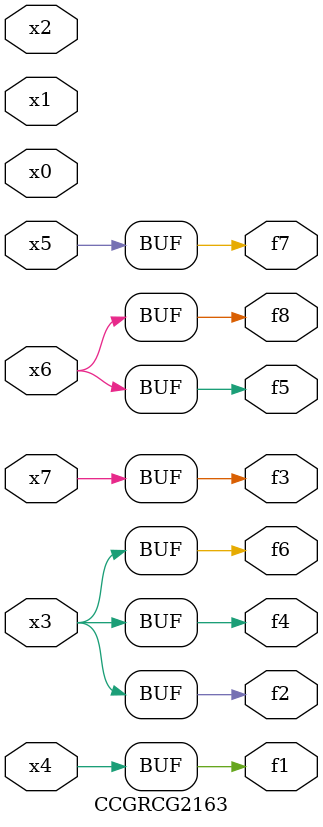
<source format=v>
module CCGRCG2163(
	input x0, x1, x2, x3, x4, x5, x6, x7,
	output f1, f2, f3, f4, f5, f6, f7, f8
);
	assign f1 = x4;
	assign f2 = x3;
	assign f3 = x7;
	assign f4 = x3;
	assign f5 = x6;
	assign f6 = x3;
	assign f7 = x5;
	assign f8 = x6;
endmodule

</source>
